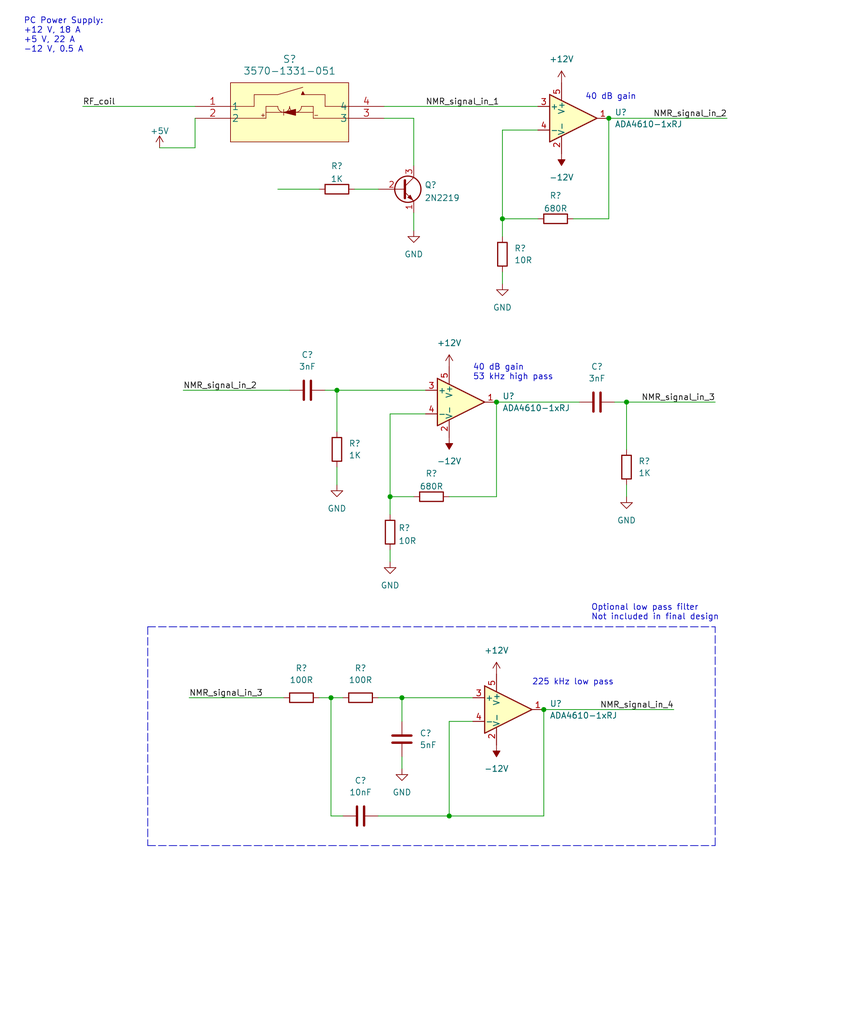
<source format=kicad_sch>
(kicad_sch (version 20211123) (generator eeschema)
  (paper "User" 181.991 219.989)
  (lib_symbols
    (symbol "3570-1331-051_1" (pin_names (offset 0.254))
      (property "Reference" "S1" (at 20.32 13.97 0))
      (property "Value" "3570-1331-051_1" (at 20.32 10.16 0))
      (symbol "3570-1331-051_1_0_1"
        (rectangle (start 7.62 5.08) (end 33.02 -7.62) (stroke (width 0.1524)) (fill (type background)))
      )
      (symbol "3570-1331-051_1_1_1"
        (polyline (pts (xy 7.62 0) (xy 12.7 0)) (stroke (width 0.127)))
        (polyline (pts (xy 12.7 0) (xy 12.7 2.54)) (stroke (width 0.127)))
        (polyline (pts (xy 12.7 2.54) (xy 17.78 2.54)) (stroke (width 0.127)))
        (polyline (pts (xy 14.2748 -1.905) (xy 14.9352 -1.905)) (stroke (width 0.127)))
        (polyline (pts (xy 14.605 -1.5748) (xy 14.605 -2.2352)) (stroke (width 0.127)))
        (polyline (pts (xy 15.24 -2.54) (xy 7.62 -2.54)) (stroke (width 0.127)))
        (polyline (pts (xy 15.24 -1.27) (xy 25.4 -1.27)) (stroke (width 0.127)))
        (polyline (pts (xy 15.24 0) (xy 15.24 -2.54)) (stroke (width 0.127)))
        (polyline (pts (xy 15.24 0) (xy 17.78 0)) (stroke (width 0.127)))
        (polyline (pts (xy 17.78 2.54) (xy 23.1648 4.1148)) (stroke (width 0.127)))
        (polyline (pts (xy 19.05 -1.27) (xy 21.59 -0.635)) (stroke (width 0.127)))
        (polyline (pts (xy 19.05 -0.635) (xy 19.05 -1.905)) (stroke (width 0.127)))
        (polyline (pts (xy 21.59 -1.905) (xy 19.05 -1.27)) (stroke (width 0.127)))
        (polyline (pts (xy 21.59 -1.905) (xy 21.59 -0.635)) (stroke (width 0.127)))
        (polyline (pts (xy 22.86 2.54) (xy 23.1648 3.175)) (stroke (width 0.127)))
        (polyline (pts (xy 22.86 2.54) (xy 27.94 2.54)) (stroke (width 0.127)))
        (polyline (pts (xy 23.1648 3.175) (xy 23.495 2.54)) (stroke (width 0.127)))
        (polyline (pts (xy 25.4 -2.54) (xy 33.02 -2.54)) (stroke (width 0.127)))
        (polyline (pts (xy 25.4 0) (xy 22.86 0)) (stroke (width 0.127)))
        (polyline (pts (xy 25.4 0) (xy 25.4 -2.54)) (stroke (width 0.127)))
        (polyline (pts (xy 25.7048 -1.905) (xy 26.3652 -1.905)) (stroke (width 0.127)))
        (polyline (pts (xy 27.94 0) (xy 27.94 2.54)) (stroke (width 0.127)))
        (polyline (pts (xy 33.02 0) (xy 27.94 0)) (stroke (width 0.127)))
        (polyline (pts (xy 19.05 -1.27) (xy 21.59 -0.635) (xy 21.59 -1.905) (xy 19.05 -1.27)) (fill (type outline)))
        (polyline (pts (xy 22.86 2.54) (xy 23.1648 3.175) (xy 23.495 2.54) (xy 22.86 2.54)) (fill (type outline)))
        (arc (start 17.78 0) (mid 19.05 -1.27) (end 20.32 0) (stroke (width 0.127)))
        (arc (start 20.32 0) (mid 21.59 -1.27) (end 22.86 0) (stroke (width 0.127)))
        (pin unspecified line (at 0 0 0) (length 7.62) (name "1") (number "1"))
        (pin unspecified line (at 0 -2.54 0) (length 7.62) (name "2") (number "2"))
        (pin unspecified line (at 40.64 -2.54 180) (length 7.62) (name "3") (number "3"))
        (pin unspecified line (at 40.64 0 180) (length 7.62) (name "4") (number "4"))
      )
    )
    (symbol "Amplifier_Operational:ADA4610-1xRJ" (pin_names (offset 0.127))
      (property "Reference" "U" (at -1.27 6.35 0))
      (property "Value" "ADA4610-1xRJ" (at -1.27 3.81 0))
      (symbol "ADA4610-1xRJ_0_1"
        (polyline (pts (xy -5.08 5.08) (xy 5.08 0) (xy -5.08 -5.08) (xy -5.08 5.08)) (stroke (width 0.254)) (fill (type background)))
        (pin power_in line (at -2.54 -7.62 90) (length 3.81) (name "V-") (number "2"))
        (pin power_in line (at -2.54 7.62 270) (length 3.81) (name "V+") (number "5"))
      )
      (symbol "ADA4610-1xRJ_1_1"
        (pin output line (at 7.62 0 180) (length 2.54) (name "~") (number "1"))
        (pin input line (at -7.62 2.54 0) (length 2.54) (name "+") (number "3"))
        (pin input line (at -7.62 -2.54 0) (length 2.54) (name "-") (number "4"))
      )
    )
    (symbol "Device:C" (pin_numbers hide) (pin_names (offset 0.254))
      (property "Reference" "C" (at 0.635 2.54 0))
      (property "Value" "C" (at 0.635 -2.54 0))
      (symbol "C_0_1"
        (polyline (pts (xy -2.032 -0.762) (xy 2.032 -0.762)) (stroke (width 0.508)))
        (polyline (pts (xy -2.032 0.762) (xy 2.032 0.762)) (stroke (width 0.508)))
      )
      (symbol "C_1_1"
        (pin passive line (at 0 3.81 270) (length 2.794) (name "~") (number "1"))
        (pin passive line (at 0 -3.81 90) (length 2.794) (name "~") (number "2"))
      )
    )
    (symbol "Device:R" (pin_numbers hide) (pin_names (offset 0))
      (property "Reference" "R" (at 2.032 0 90))
      (property "Value" "R" (at 0 0 90))
      (symbol "R_0_1"
        (rectangle (start -1.016 -2.54) (end 1.016 2.54) (stroke (width 0.254)))
      )
      (symbol "R_1_1"
        (pin passive line (at 0 3.81 270) (length 1.27) (name "~") (number "1"))
        (pin passive line (at 0 -3.81 90) (length 1.27) (name "~") (number "2"))
      )
    )
    (symbol "Transistor_BJT:2N2219" (pin_names (offset 0) hide)
      (property "Reference" "Q" (at 5.08 1.905 0))
      (property "Value" "2N2219" (at 5.08 0 0))
      (symbol "2N2219_0_1"
        (polyline (pts (xy 0.635 0.635) (xy 2.54 2.54)))
        (polyline (pts (xy 0.635 -0.635) (xy 2.54 -2.54) (xy 2.54 -2.54)))
        (polyline (pts (xy 0.635 1.905) (xy 0.635 -1.905) (xy 0.635 -1.905)) (stroke (width 0.508)))
        (polyline (pts (xy 1.27 -1.778) (xy 1.778 -1.27) (xy 2.286 -2.286) (xy 1.27 -1.778) (xy 1.27 -1.778)) (fill (type outline)))
        (circle (center 1.27 0) (radius 2.8194) (stroke (width 0.254)))
      )
      (symbol "2N2219_1_1"
        (pin passive line (at 2.54 -5.08 90) (length 2.54) (name "E") (number "1"))
        (pin passive line (at -5.08 0 0) (length 5.715) (name "B") (number "2"))
        (pin passive line (at 2.54 5.08 270) (length 2.54) (name "C") (number "3"))
      )
    )
    (symbol "power:+12V" (power) (pin_names (offset 0))
      (property "Value" "+12V" (at 0 3.556 0))
      (symbol "+12V_0_1"
        (polyline (pts (xy -0.762 1.27) (xy 0 2.54)))
        (polyline (pts (xy 0 0) (xy 0 2.54)))
        (polyline (pts (xy 0 2.54) (xy 0.762 1.27)))
      )
      (symbol "+12V_1_1"
        (pin power_in line (at 0 0 90) (length 0) hide (name "+12V") (number "1"))
      )
    )
    (symbol "power:+5V" (power) (pin_names (offset 0))
      (property "Value" "+5V" (at 0 3.556 0))
      (symbol "+5V_0_1"
        (polyline (pts (xy -0.762 1.27) (xy 0 2.54)))
        (polyline (pts (xy 0 0) (xy 0 2.54)))
        (polyline (pts (xy 0 2.54) (xy 0.762 1.27)))
      )
      (symbol "+5V_1_1"
        (pin power_in line (at 0 0 90) (length 0) hide (name "+5V") (number "1"))
      )
    )
    (symbol "power:-12V" (power) (pin_names (offset 0))
      (property "Value" "-12V" (at 0 3.81 0))
      (symbol "-12V_0_0"
        (pin power_in line (at 0 0 90) (length 0) hide (name "-12V") (number "1"))
      )
      (symbol "-12V_0_1"
        (polyline (pts (xy 0 0) (xy 0 1.27) (xy 0.762 1.27) (xy 0 2.54) (xy -0.762 1.27) (xy 0 1.27)) (fill (type outline)))
      )
    )
    (symbol "power:GND" (power) (pin_names (offset 0))
      (property "Value" "GND" (at 0 -3.81 0))
      (symbol "GND_0_1"
        (polyline (pts (xy 0 0) (xy 0 -1.27) (xy 1.27 -1.27) (xy 0 -2.54) (xy -1.27 -1.27) (xy 0 -1.27)))
      )
      (symbol "GND_1_1"
        (pin power_in line (at 0 0 270) (length 0) hide (name "GND") (number "1"))
      )
    )
  )
  (junction (at 130.81 25.4) (diameter 0.9144))
  (junction (at 134.62 86.36) (diameter 0.9144))
  (junction (at 116.84 152.4) (diameter 0.9144))
  (junction (at 71.12 149.86))
  (junction (at 83.82 106.68))
  (junction (at 107.95 46.99))
  (junction (at 72.39 83.82) (diameter 0.9144))
  (junction (at 86.36 149.86))
  (junction (at 106.68 86.36) (diameter 0.9144))
  (junction (at 96.52 175.26) (diameter 0.9144))
  (wire (pts (xy 106.68 86.36) (xy 124.46 86.36)))
  (wire (pts (xy 96.52 175.26) (xy 116.84 175.26)))
  (polyline (pts (xy 153.67 181.61) (xy 153.67 134.62)))
  (wire (pts (xy 83.82 88.9) (xy 91.44 88.9)))
  (wire (pts (xy 83.82 118.11) (xy 83.82 120.65)))
  (wire (pts (xy 81.28 149.86) (xy 86.36 149.86)))
  (wire (pts (xy 82.55 22.86) (xy 115.57 22.86)))
  (wire (pts (xy 107.95 46.99) (xy 107.95 50.8)))
  (wire (pts (xy 134.62 86.36) (xy 132.08 86.36)))
  (wire (pts (xy 72.39 83.82) (xy 72.39 92.71)))
  (wire (pts (xy 116.84 152.4) (xy 116.84 175.26)))
  (wire (pts (xy 96.52 154.94) (xy 101.6 154.94)))
  (wire (pts (xy 116.84 152.4) (xy 144.78 152.4)))
  (wire (pts (xy 96.52 106.68) (xy 106.68 106.68)))
  (wire (pts (xy 106.68 86.36) (xy 106.68 106.68)))
  (wire (pts (xy 81.28 175.26) (xy 96.52 175.26)))
  (wire (pts (xy 71.12 149.86) (xy 73.66 149.86)))
  (wire (pts (xy 130.81 25.4) (xy 156.21 25.4)))
  (wire (pts (xy 86.36 165.1) (xy 86.36 162.56)))
  (wire (pts (xy 17.78 22.86) (xy 41.91 22.86)))
  (wire (pts (xy 107.95 27.94) (xy 107.95 46.99)))
  (wire (pts (xy 123.19 46.99) (xy 130.81 46.99)))
  (wire (pts (xy 130.81 25.4) (xy 130.81 46.99)))
  (wire (pts (xy 72.39 83.82) (xy 69.85 83.82)))
  (wire (pts (xy 72.39 83.82) (xy 91.44 83.82)))
  (wire (pts (xy 134.62 86.36) (xy 134.62 96.52)))
  (wire (pts (xy 34.29 31.75) (xy 41.91 31.75)))
  (wire (pts (xy 73.66 175.26) (xy 71.12 175.26)))
  (wire (pts (xy 59.69 40.64) (xy 68.58 40.64)))
  (wire (pts (xy 88.9 25.4) (xy 82.55 25.4)))
  (polyline (pts (xy 31.75 181.61) (xy 153.67 181.61)))
  (wire (pts (xy 41.91 31.75) (xy 41.91 25.4)))
  (polyline (pts (xy 31.75 134.62) (xy 153.67 134.62)))
  (wire (pts (xy 71.12 149.86) (xy 71.12 175.26)))
  (wire (pts (xy 88.9 45.72) (xy 88.9 49.53)))
  (wire (pts (xy 96.52 154.94) (xy 96.52 175.26)))
  (wire (pts (xy 134.62 104.14) (xy 134.62 106.68)))
  (wire (pts (xy 86.36 149.86) (xy 101.6 149.86)))
  (wire (pts (xy 88.9 35.56) (xy 88.9 25.4)))
  (wire (pts (xy 107.95 60.96) (xy 107.95 58.42)))
  (wire (pts (xy 83.82 88.9) (xy 83.82 106.68)))
  (wire (pts (xy 88.9 106.68) (xy 83.82 106.68)))
  (wire (pts (xy 76.2 40.64) (xy 81.28 40.64)))
  (wire (pts (xy 134.62 86.36) (xy 153.67 86.36)))
  (wire (pts (xy 83.82 106.68) (xy 83.82 110.49)))
  (wire (pts (xy 40.64 149.86) (xy 60.96 149.86)))
  (wire (pts (xy 86.36 149.86) (xy 86.36 154.94)))
  (wire (pts (xy 72.39 100.33) (xy 72.39 104.14)))
  (wire (pts (xy 39.37 83.82) (xy 62.23 83.82)))
  (wire (pts (xy 68.58 149.86) (xy 71.12 149.86)))
  (wire (pts (xy 107.95 27.94) (xy 115.57 27.94)))
  (polyline (pts (xy 31.75 134.62) (xy 31.75 181.61)))
  (wire (pts (xy 115.57 46.99) (xy 107.95 46.99)))
  (text "PC Power Supply: \n+12 V, 18 A\n+5 V, 22 A\n-12 V, 0.5 A\n" (at 5.08 11.43 0) (effects (font (size 1.27 1.27)) (justify left bottom)))
  (text "225 kHz low pass\n" (at 114.3 147.32 0) (effects (font (size 1.27 1.27)) (justify left bottom)))
  (text "40 dB gain\n53 kHz high pass\n\n" (at 101.6 83.82 0) (effects (font (size 1.27 1.27)) (justify left bottom)))
  (text "40 dB gain\n" (at 125.73 21.59 0) (effects (font (size 1.27 1.27)) (justify left bottom)))
  (text "Optional low pass filter\nNot included in final design" (at 127 133.35 0) (effects (font (size 1.27 1.27)) (justify left bottom)))
  (label "NMR_signal_in_1" (at 91.44 22.86 0))
  (label "NMR_signal_in_3" (at 153.67 86.36 180))
  (label "NMR_signal_in_2" (at 39.37 83.82 0))
  (label "NMR_signal_in_4" (at 144.78 152.4 180))
  (label "NMR_signal_in_3" (at 40.64 149.86 0))
  (label "NMR_signal_in_2" (at 156.21 25.4 180))
  (label "RF_coil" (at 17.78 22.86 0))
  (symbol (lib_id "Device:R") (at 107.95 54.61 0) (unit 1)
    (property "Reference" "R?" (at 110.49 53.3399 0) (effects (justify left)))
    (property "Value" "10R" (at 110.49 55.8799 0) (effects (justify left)))
  )
  (symbol (lib_id "power:+5V") (at 34.29 31.75 0) (unit 1)
    (property "Reference" "#PWR?" (effects hide))
    (property "Value" "+5V" (at 34.29 28.1455 0))
  )
  (symbol (lib_id "power:GND") (at 88.9 49.53 0) (unit 1)
    (property "Reference" "#PWR?" (effects hide))
    (property "Value" "GND" (at 88.9 54.61 0))
  )
  (symbol (lib_id "power:-12V") (at 96.52 93.98 180) (unit 1)
    (property "Reference" "#PWR?" (effects hide))
    (property "Value" "-12V" (at 96.52 99.06 0))
  )
  (symbol (lib_id "Device:C") (at 66.04 83.82 90) (unit 1)
    (property "Reference" "C?" (at 66.04 76.2 90))
    (property "Value" "3nF" (at 66.04 78.74 90))
  )
  (symbol (lib_id "power:GND") (at 83.82 120.65 0) (unit 1)
    (property "Reference" "#PWR?" (effects hide))
    (property "Value" "GND" (at 83.82 125.73 0))
  )
  (symbol (lib_id "power:+12V") (at 106.68 144.78 0) (unit 1)
    (property "Reference" "#PWR?" (effects hide))
    (property "Value" "+12V" (at 106.68 139.7 0))
  )
  (symbol (lib_id "power:-12V") (at 106.68 160.02 180) (unit 1)
    (property "Reference" "#PWR?" (effects hide))
    (property "Value" "-12V" (at 106.68 165.1 0))
  )
  (symbol (lib_id "power:GND") (at 72.39 104.14 0) (unit 1)
    (property "Reference" "#PWR?" (effects hide))
    (property "Value" "GND" (at 72.39 109.22 0))
  )
  (symbol (lib_id "Device:C") (at 77.47 175.26 270) (unit 1)
    (property "Reference" "C?" (at 77.47 167.64 90))
    (property "Value" "10nF" (at 77.47 170.18 90))
  )
  (symbol (lib_id "power:+12V") (at 120.65 17.78 0) (unit 1)
    (property "Reference" "#PWR?" (effects hide))
    (property "Value" "+12V" (at 120.65 12.7 0))
  )
  (symbol (lib_id "power:-12V") (at 120.65 33.02 180) (unit 1)
    (property "Reference" "#PWR?" (effects hide))
    (property "Value" "-12V" (at 120.65 38.1 0))
  )
  (symbol (lib_id "power:GND") (at 134.62 106.68 0) (unit 1)
    (property "Reference" "#PWR?" (effects hide))
    (property "Value" "GND" (at 134.62 111.76 0))
  )
  (symbol (lib_id "Device:R") (at 119.38 46.99 90) (unit 1)
    (property "Reference" "R?" (at 119.38 42.0075 90))
    (property "Value" "680R" (at 119.38 44.7826 90))
  )
  (symbol (lib_id "power:GND") (at 86.36 165.1 0) (unit 1)
    (property "Reference" "#PWR?" (effects hide))
    (property "Value" "GND" (at 86.36 170.18 0))
  )
  (symbol (lib_id "Amplifier_Operational:ADA4610-1xRJ") (at 109.22 152.4 0) (unit 1)
    (property "Reference" "U?" (at 118.11 151.1299 0) (effects (justify left)))
    (property "Value" "ADA4610-1xRJ" (at 118.11 153.6699 0) (effects (justify left)))
    (property "Footprint" "Package_TO_SOT_SMD:SOT-23-5" (effects hide))
    (property "Datasheet" "https://www.analog.com/media/en/technical-documentation/data-sheets/ADA4610-1_4610-2_4610-4.pdf" (effects hide))
  )
  (symbol (lib_id "Device:R") (at 72.39 40.64 90) (unit 1)
    (property "Reference" "R?" (at 72.39 35.6575 90))
    (property "Value" "1K" (at 72.39 38.4326 90))
  )
  (symbol (lib_id "Amplifier_Operational:ADA4610-1xRJ") (at 123.19 25.4 0) (unit 1)
    (property "Reference" "U?" (at 132.08 24.1299 0) (effects (justify left)))
    (property "Value" "ADA4610-1xRJ" (at 132.08 26.6699 0) (effects (justify left)))
    (property "Footprint" "Package_TO_SOT_SMD:SOT-23-5" (effects hide))
    (property "Datasheet" "https://www.analog.com/media/en/technical-documentation/data-sheets/ADA4610-1_4610-2_4610-4.pdf" (effects hide))
  )
  (symbol (lib_id "Device:R") (at 134.62 100.33 0) (unit 1)
    (property "Reference" "R?" (at 137.16 99.0599 0) (effects (justify left)))
    (property "Value" "1K" (at 137.16 101.5999 0) (effects (justify left)))
  )
  (symbol (lib_id "power:+12V") (at 96.52 78.74 0) (unit 1)
    (property "Reference" "#PWR?" (effects hide))
    (property "Value" "+12V" (at 96.52 73.66 0))
  )
  (symbol (lib_id "Device:C") (at 128.27 86.36 90) (unit 1)
    (property "Reference" "C?" (at 128.27 78.74 90))
    (property "Value" "3nF" (at 128.27 81.28 90))
  )
  (symbol (lib_id "Device:C") (at 86.36 158.75 180) (unit 1)
    (property "Reference" "C?" (at 90.17 157.4799 0) (effects (justify right)))
    (property "Value" "5nF" (at 90.17 160.0199 0) (effects (justify right)))
  )
  (symbol (lib_id "Device:R") (at 83.82 114.3 0) (unit 1)
    (property "Reference" "R?" (at 85.598 113.3915 0) (effects (justify left)))
    (property "Value" "10R" (at 85.598 116.1666 0) (effects (justify left)))
  )
  (symbol (lib_id "power:GND") (at 107.95 60.96 0) (unit 1)
    (property "Reference" "#PWR?" (effects hide))
    (property "Value" "GND" (at 107.95 66.04 0))
  )
  (symbol (lib_id "Amplifier_Operational:ADA4610-1xRJ") (at 99.06 86.36 0) (unit 1)
    (property "Reference" "U?" (at 107.95 85.0899 0) (effects (justify left)))
    (property "Value" "ADA4610-1xRJ" (at 107.95 87.6299 0) (effects (justify left)))
    (property "Footprint" "Package_TO_SOT_SMD:SOT-23-5" (effects hide))
    (property "Datasheet" "https://www.analog.com/media/en/technical-documentation/data-sheets/ADA4610-1_4610-2_4610-4.pdf" (effects hide))
  )
  (symbol (lib_name "3570-1331-051_1") (lib_id "3570-1331-051:3570-1331-051") (at 41.91 22.86 0) (unit 1)
    (property "Reference" "S?" (at 62.23 12.7 0) (effects (font (size 1.524 1.524))))
    (property "Value" "3570-1331-051" (at 62.23 15.24 0) (effects (font (size 1.524 1.524))))
    (property "Footprint" "SIP_3570-1331_COM" (effects hide))
  )
  (symbol (lib_id "Transistor_BJT:2N2219") (at 86.36 40.64 0) (unit 1)
    (property "Reference" "Q?" (at 91.2114 39.7315 0) (effects (justify left)))
    (property "Value" "2N2219" (at 91.2114 42.5066 0) (effects (justify left)))
    (property "Footprint" "Package_TO_SOT_THT:TO-39-3" (effects hide))
    (property "Datasheet" "http://www.onsemi.com/pub_link/Collateral/2N2219-D.PDF" (effects hide))
  )
  (symbol (lib_id "Device:R") (at 72.39 96.52 0) (unit 1)
    (property "Reference" "R?" (at 74.93 95.2499 0) (effects (justify left)))
    (property "Value" "1K" (at 74.93 97.7899 0) (effects (justify left)))
  )
  (symbol (lib_id "Device:R") (at 64.77 149.86 90) (unit 1)
    (property "Reference" "R?" (at 64.77 143.51 90))
    (property "Value" "100R" (at 64.77 146.05 90))
  )
  (symbol (lib_id "Device:R") (at 77.47 149.86 90) (unit 1)
    (property "Reference" "R?" (at 77.47 143.51 90))
    (property "Value" "100R" (at 77.47 146.05 90))
  )
  (symbol (lib_id "Device:R") (at 92.71 106.68 90) (unit 1)
    (property "Reference" "R?" (at 92.71 101.6975 90))
    (property "Value" "680R" (at 92.71 104.4726 90))
  )
)
</source>
